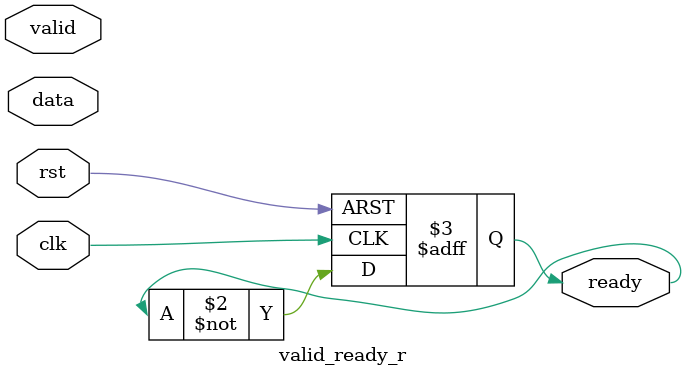
<source format=v>

module top_moduler(
    input clk,
    input rst
);

wire valid;
wire ready;
wire [7:0] data;

valid_ready u1 (
    .clk(clk),
    .rst(rst),
    .ready(ready),
    .valid(valid),
    .data(data)
);

valid_ready_r u2 (
    .clk(clk),
    .rst(rst),
    .valid(valid),
    .data(data),
    .ready(ready)
);

endmodule


//sender

module valid_ready(

    input clk,
    input rst,
    input ready,
    output reg valid,
    output reg [7:0] data
);

always @(posedge clk or posedge rst) begin
    if (rst) begin
        valid <= 0;
        data  <= 0;   // fixed data
    end
    else begin
     valid <= 1;   
     if(valid&&ready)
         data <= data+1;
   end
end
endmodule

//receiver
module valid_ready_r(

    input clk,
    input rst,
    input valid,
    input [7:0] data,
    output reg ready
);

always @(posedge clk or posedge rst) begin
    if (rst)
        ready <= 0;
    else
        ready <= ~ready;  // toggle ready every clock
end
endmodule



</source>
